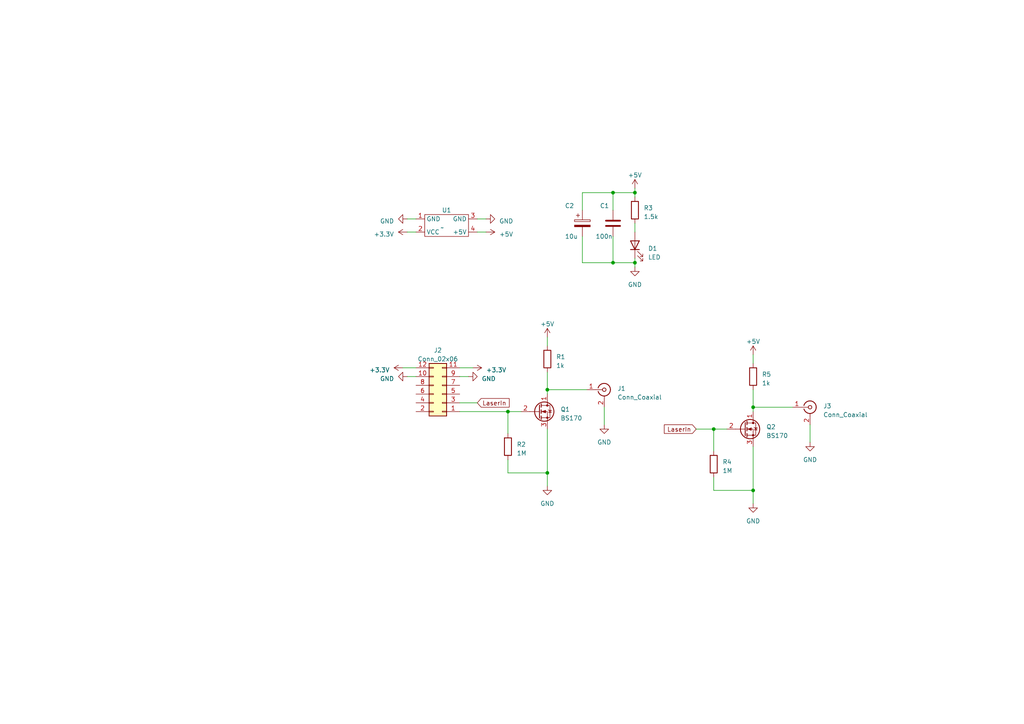
<source format=kicad_sch>
(kicad_sch (version 20230121) (generator eeschema)
  (paper "A4")
  (lib_symbols
    (symbol "Connector:Conn_Coaxial" (pin_names (offset 1.016) hide)
      (property "Reference" "J" (at 0.254 3.048 0))
      (property "Value" "Conn_Coaxial" (at 2.921 0 90))
      (symbol "Conn_Coaxial_0_1"
        (arc (start -1.778 -0.508) (mid 0.2311 -1.8066) (end 1.778 0) (stroke (width 0.254)))
        (polyline (pts (xy -2.54 0) (xy -0.508 0)))
        (polyline (pts (xy 0 -2.54) (xy 0 -1.778)))
        (circle (center 0 0) (radius 0.508) (stroke (width 0.2032)))
        (arc (start 1.778 0) (mid 0.2099 1.8101) (end -1.778 0.508) (stroke (width 0.254)))
      )
      (symbol "Conn_Coaxial_1_1"
        (pin passive line (at -5.08 0 0) (length 2.54) (name "In") (number "1"))
        (pin passive line (at 0 -5.08 90) (length 2.54) (name "Ext") (number "2"))
      )
    )
    (symbol "Connector_Generic:Conn_02x06_Odd_Even" (pin_names (offset 1.016) hide)
      (property "Reference" "J" (at 1.27 7.62 0))
      (property "Value" "Conn_02x06_Odd_Even" (at 1.27 -10.16 0))
      (symbol "Conn_02x06_Odd_Even_1_1"
        (rectangle (start -1.27 -7.493) (end 0 -7.747) (stroke (width 0.1524)))
        (rectangle (start -1.27 -4.953) (end 0 -5.207) (stroke (width 0.1524)))
        (rectangle (start -1.27 -2.413) (end 0 -2.667) (stroke (width 0.1524)))
        (rectangle (start -1.27 0.127) (end 0 -0.127) (stroke (width 0.1524)))
        (rectangle (start -1.27 2.667) (end 0 2.413) (stroke (width 0.1524)))
        (rectangle (start -1.27 5.207) (end 0 4.953) (stroke (width 0.1524)))
        (rectangle (start -1.27 6.35) (end 3.81 -8.89) (stroke (width 0.254)) (fill (type background)))
        (rectangle (start 3.81 -7.493) (end 2.54 -7.747) (stroke (width 0.1524)))
        (rectangle (start 3.81 -4.953) (end 2.54 -5.207) (stroke (width 0.1524)))
        (rectangle (start 3.81 -2.413) (end 2.54 -2.667) (stroke (width 0.1524)))
        (rectangle (start 3.81 0.127) (end 2.54 -0.127) (stroke (width 0.1524)))
        (rectangle (start 3.81 2.667) (end 2.54 2.413) (stroke (width 0.1524)))
        (rectangle (start 3.81 5.207) (end 2.54 4.953) (stroke (width 0.1524)))
        (pin passive line (at -5.08 5.08 0) (length 3.81) (name "Pin_1") (number "1"))
        (pin passive line (at 7.62 -5.08 180) (length 3.81) (name "Pin_10") (number "10"))
        (pin passive line (at -5.08 -7.62 0) (length 3.81) (name "Pin_11") (number "11"))
        (pin passive line (at 7.62 -7.62 180) (length 3.81) (name "Pin_12") (number "12"))
        (pin passive line (at 7.62 5.08 180) (length 3.81) (name "Pin_2") (number "2"))
        (pin passive line (at -5.08 2.54 0) (length 3.81) (name "Pin_3") (number "3"))
        (pin passive line (at 7.62 2.54 180) (length 3.81) (name "Pin_4") (number "4"))
        (pin passive line (at -5.08 0 0) (length 3.81) (name "Pin_5") (number "5"))
        (pin passive line (at 7.62 0 180) (length 3.81) (name "Pin_6") (number "6"))
        (pin passive line (at -5.08 -2.54 0) (length 3.81) (name "Pin_7") (number "7"))
        (pin passive line (at 7.62 -2.54 180) (length 3.81) (name "Pin_8") (number "8"))
        (pin passive line (at -5.08 -5.08 0) (length 3.81) (name "Pin_9") (number "9"))
      )
    )
    (symbol "Device:C" (pin_numbers hide) (pin_names (offset 0.254))
      (property "Reference" "C" (at 0.635 2.54 0))
      (property "Value" "C" (at 0.635 -2.54 0))
      (symbol "C_0_1"
        (polyline (pts (xy -2.032 -0.762) (xy 2.032 -0.762)) (stroke (width 0.508)))
        (polyline (pts (xy -2.032 0.762) (xy 2.032 0.762)) (stroke (width 0.508)))
      )
      (symbol "C_1_1"
        (pin passive line (at 0 3.81 270) (length 2.794) (name "~") (number "1"))
        (pin passive line (at 0 -3.81 90) (length 2.794) (name "~") (number "2"))
      )
    )
    (symbol "Device:C_Polarized" (pin_numbers hide) (pin_names (offset 0.254))
      (property "Reference" "C" (at 0.635 2.54 0))
      (property "Value" "C_Polarized" (at 0.635 -2.54 0))
      (symbol "C_Polarized_0_1"
        (rectangle (start -2.286 0.508) (end 2.286 1.016))
        (polyline (pts (xy -1.778 2.286) (xy -0.762 2.286)))
        (polyline (pts (xy -1.27 2.794) (xy -1.27 1.778)))
        (rectangle (start 2.286 -0.508) (end -2.286 -1.016) (fill (type outline)))
      )
      (symbol "C_Polarized_1_1"
        (pin passive line (at 0 3.81 270) (length 2.794) (name "~") (number "1"))
        (pin passive line (at 0 -3.81 90) (length 2.794) (name "~") (number "2"))
      )
    )
    (symbol "Device:LED" (pin_numbers hide) (pin_names (offset 1.016) hide)
      (property "Reference" "D" (at 0 2.54 0))
      (property "Value" "LED" (at 0 -2.54 0))
      (symbol "LED_0_1"
        (polyline (pts (xy -1.27 -1.27) (xy -1.27 1.27)) (stroke (width 0.254)))
        (polyline (pts (xy -1.27 0) (xy 1.27 0)))
        (polyline (pts (xy 1.27 -1.27) (xy 1.27 1.27) (xy -1.27 0) (xy 1.27 -1.27)) (stroke (width 0.254)))
        (polyline (pts (xy -3.048 -0.762) (xy -4.572 -2.286) (xy -3.81 -2.286) (xy -4.572 -2.286) (xy -4.572 -1.524)))
        (polyline (pts (xy -1.778 -0.762) (xy -3.302 -2.286) (xy -2.54 -2.286) (xy -3.302 -2.286) (xy -3.302 -1.524)))
      )
      (symbol "LED_1_1"
        (pin passive line (at -3.81 0 0) (length 2.54) (name "K") (number "1"))
        (pin passive line (at 3.81 0 180) (length 2.54) (name "A") (number "2"))
      )
    )
    (symbol "Device:R" (pin_numbers hide) (pin_names (offset 0))
      (property "Reference" "R" (at 2.032 0 90))
      (property "Value" "R" (at 0 0 90))
      (symbol "R_0_1"
        (rectangle (start -1.016 -2.54) (end 1.016 2.54) (stroke (width 0.254)))
      )
      (symbol "R_1_1"
        (pin passive line (at 0 3.81 270) (length 1.27) (name "~") (number "1"))
        (pin passive line (at 0 -3.81 90) (length 1.27) (name "~") (number "2"))
      )
    )
    (symbol "Transistor_FET:BS170" (pin_names hide)
      (property "Reference" "Q" (at 5.08 1.905 0))
      (property "Value" "BS170" (at 5.08 0 0))
      (symbol "BS170_0_1"
        (polyline (pts (xy 0.254 0) (xy -2.54 0)))
        (polyline (pts (xy 0.254 1.905) (xy 0.254 -1.905)) (stroke (width 0.254)))
        (polyline (pts (xy 0.762 -1.27) (xy 0.762 -2.286)) (stroke (width 0.254)))
        (polyline (pts (xy 0.762 0.508) (xy 0.762 -0.508)) (stroke (width 0.254)))
        (polyline (pts (xy 0.762 2.286) (xy 0.762 1.27)) (stroke (width 0.254)))
        (polyline (pts (xy 2.54 2.54) (xy 2.54 1.778)))
        (polyline (pts (xy 2.54 -2.54) (xy 2.54 0) (xy 0.762 0)))
        (polyline (pts (xy 0.762 -1.778) (xy 3.302 -1.778) (xy 3.302 1.778) (xy 0.762 1.778)))
        (polyline (pts (xy 1.016 0) (xy 2.032 0.381) (xy 2.032 -0.381) (xy 1.016 0)) (fill (type outline)))
        (polyline (pts (xy 2.794 0.508) (xy 2.921 0.381) (xy 3.683 0.381) (xy 3.81 0.254)))
        (polyline (pts (xy 3.302 0.381) (xy 2.921 -0.254) (xy 3.683 -0.254) (xy 3.302 0.381)))
        (circle (center 1.651 0) (radius 2.794) (stroke (width 0.254)))
        (circle (center 2.54 -1.778) (radius 0.254) (fill (type outline)))
        (circle (center 2.54 1.778) (radius 0.254) (fill (type outline)))
      )
      (symbol "BS170_1_1"
        (pin passive line (at 2.54 5.08 270) (length 2.54) (name "D") (number "1"))
        (pin input line (at -5.08 0 0) (length 2.54) (name "G") (number "2"))
        (pin passive line (at 2.54 -5.08 90) (length 2.54) (name "S") (number "3"))
      )
    )
    (symbol "power:+3.3V" (power) (pin_names (offset 0))
      (property "Value" "+3.3V" (at 0 3.556 0))
      (symbol "+3.3V_0_1"
        (polyline (pts (xy -0.762 1.27) (xy 0 2.54)))
        (polyline (pts (xy 0 0) (xy 0 2.54)))
        (polyline (pts (xy 0 2.54) (xy 0.762 1.27)))
      )
      (symbol "+3.3V_1_1"
        (pin power_in line (at 0 0 90) (length 0) hide (name "+3.3V") (number "1"))
      )
    )
    (symbol "power:+5V" (power) (pin_names (offset 0))
      (property "Value" "+5V" (at 0 3.556 0))
      (symbol "+5V_0_1"
        (polyline (pts (xy -0.762 1.27) (xy 0 2.54)))
        (polyline (pts (xy 0 0) (xy 0 2.54)))
        (polyline (pts (xy 0 2.54) (xy 0.762 1.27)))
      )
      (symbol "+5V_1_1"
        (pin power_in line (at 0 0 90) (length 0) hide (name "+5V") (number "1"))
      )
    )
    (symbol "power:GND" (power) (pin_names (offset 0))
      (property "Value" "GND" (at 0 -3.81 0))
      (symbol "GND_0_1"
        (polyline (pts (xy 0 0) (xy 0 -1.27) (xy 1.27 -1.27) (xy 0 -2.54) (xy -1.27 -1.27) (xy 0 -1.27)))
      )
      (symbol "GND_1_1"
        (pin power_in line (at 0 0 270) (length 0) hide (name "GND") (number "1"))
      )
    )
    (symbol "tba1-0311:TBA1-0311"
      (property "Reference" "U" (at 0 11.43 0))
      (symbol "TBA1-0311_0_1"
        (rectangle (start -5.08 3.81) (end 7.62 -2.54))
      )
      (symbol "TBA1-0311_1_1"
        (pin power_in line (at -7.62 2.54 0) (length 2.54) (name "GND") (number "1"))
        (pin power_in line (at -7.62 -1.27 0) (length 2.54) (name "VCC") (number "2"))
        (pin power_in line (at 10.16 2.54 180) (length 2.54) (name "GND") (number "3"))
        (pin power_in line (at 10.16 -1.27 180) (length 2.54) (name "+5V") (number "4"))
      )
    )
  )
  (junction (at 177.8 76.2))
  (junction (at 218.44 118.11))
  (junction (at 218.44 142.24))
  (junction (at 158.75 113.03))
  (junction (at 158.75 137.16))
  (junction (at 207.01 124.46))
  (junction (at 184.15 55.88))
  (junction (at 147.32 119.38))
  (junction (at 177.8 55.88))
  (junction (at 184.15 76.2))
  (wire (pts (xy 168.91 76.2) (xy 177.8 76.2)))
  (wire (pts (xy 158.75 107.95) (xy 158.75 113.03)))
  (wire (pts (xy 168.91 60.96) (xy 168.91 55.88)))
  (wire (pts (xy 138.43 63.5) (xy 140.97 63.5)))
  (wire (pts (xy 218.44 118.11) (xy 229.87 118.11)))
  (wire (pts (xy 116.84 106.68) (xy 120.65 106.68)))
  (wire (pts (xy 218.44 129.54) (xy 218.44 142.24)))
  (wire (pts (xy 177.8 68.58) (xy 177.8 76.2)))
  (wire (pts (xy 218.44 102.87) (xy 218.44 105.41)))
  (wire (pts (xy 118.11 109.22) (xy 120.65 109.22)))
  (wire (pts (xy 138.43 67.31) (xy 140.97 67.31)))
  (wire (pts (xy 218.44 142.24) (xy 218.44 146.05)))
  (wire (pts (xy 201.93 124.46) (xy 207.01 124.46)))
  (wire (pts (xy 177.8 76.2) (xy 184.15 76.2)))
  (wire (pts (xy 133.35 106.68) (xy 137.16 106.68)))
  (wire (pts (xy 158.75 113.03) (xy 170.18 113.03)))
  (wire (pts (xy 207.01 142.24) (xy 218.44 142.24)))
  (wire (pts (xy 158.75 113.03) (xy 158.75 114.3)))
  (wire (pts (xy 151.13 119.38) (xy 147.32 119.38)))
  (wire (pts (xy 138.43 116.84) (xy 133.35 116.84)))
  (wire (pts (xy 168.91 55.88) (xy 177.8 55.88)))
  (wire (pts (xy 147.32 133.35) (xy 147.32 137.16)))
  (wire (pts (xy 175.26 118.11) (xy 175.26 123.19)))
  (wire (pts (xy 158.75 124.46) (xy 158.75 137.16)))
  (wire (pts (xy 118.11 63.5) (xy 120.65 63.5)))
  (wire (pts (xy 177.8 55.88) (xy 184.15 55.88)))
  (wire (pts (xy 207.01 138.43) (xy 207.01 142.24)))
  (wire (pts (xy 234.95 123.19) (xy 234.95 128.27)))
  (wire (pts (xy 218.44 118.11) (xy 218.44 119.38)))
  (wire (pts (xy 184.15 74.93) (xy 184.15 76.2)))
  (wire (pts (xy 168.91 68.58) (xy 168.91 76.2)))
  (wire (pts (xy 133.35 109.22) (xy 135.89 109.22)))
  (wire (pts (xy 133.35 119.38) (xy 147.32 119.38)))
  (wire (pts (xy 158.75 97.79) (xy 158.75 100.33)))
  (wire (pts (xy 184.15 64.77) (xy 184.15 67.31)))
  (wire (pts (xy 177.8 55.88) (xy 177.8 60.96)))
  (wire (pts (xy 158.75 137.16) (xy 158.75 140.97)))
  (wire (pts (xy 184.15 54.61) (xy 184.15 55.88)))
  (wire (pts (xy 218.44 113.03) (xy 218.44 118.11)))
  (wire (pts (xy 147.32 137.16) (xy 158.75 137.16)))
  (wire (pts (xy 118.11 67.31) (xy 120.65 67.31)))
  (wire (pts (xy 207.01 124.46) (xy 207.01 130.81)))
  (wire (pts (xy 147.32 119.38) (xy 147.32 125.73)))
  (wire (pts (xy 184.15 76.2) (xy 184.15 77.47)))
  (wire (pts (xy 210.82 124.46) (xy 207.01 124.46)))
  (wire (pts (xy 184.15 55.88) (xy 184.15 57.15)))
  (global_label "LaserIn" (shape input) (at 201.93 124.46 180) (property "Intersheetrefs" "${INTERSHEET_REFS}" (effects hide)))
  (global_label "LaserIn" (shape input) (at 138.43 116.84 0) (property "Intersheetrefs" "${INTERSHEET_REFS}" (effects hide)))
  (symbol (lib_id "Device:C") (at 177.8 64.77 0) (unit 1)
    (property "Reference" "C1" (at 173.99 59.69 0) (effects (justify left)))
    (property "Value" "100n" (at 172.72 68.58 0) (effects (justify left)))
    (property "Footprint" "Capacitor_THT:C_Rect_L7.0mm_W6.0mm_P5.00mm" (effects hide))
  )
  (symbol (lib_id "power:+3.3V") (at 118.11 67.31 90) (unit 1)
    (property "Reference" "#PWR07" (effects hide))
    (property "Value" "+3.3V" (at 114.3 67.945 90) (effects (justify left)))
  )
  (symbol (lib_id "Transistor_FET:BS170") (at 156.21 119.38 0) (unit 1)
    (property "Reference" "Q1" (at 162.56 118.745 0) (effects (justify left)))
    (property "Value" "BS170" (at 162.56 121.285 0) (effects (justify left)))
    (property "Footprint" "Package_TO_SOT_THT:TO-92_Inline" (effects hide))
    (property "Datasheet" "https://www.onsemi.com/pub/Collateral/BS170-D.PDF" (effects hide))
  )
  (symbol (lib_id "power:+5V") (at 184.15 54.61 0) (unit 1)
    (property "Reference" "#PWR012" (effects hide))
    (property "Value" "+5V" (at 184.15 50.8 0))
  )
  (symbol (lib_id "Connector:Conn_Coaxial") (at 234.95 118.11 0) (unit 1)
    (property "Reference" "J3" (at 238.76 117.7682 0) (effects (justify left)))
    (property "Value" "Conn_Coaxial" (at 238.76 120.3082 0) (effects (justify left)))
    (property "Footprint" "Connector_Coaxial:BNC_Amphenol_B6252HB-NPP3G-50_Horizontal" (effects hide))
    (property "Datasheet" " ~" (effects hide))
  )
  (symbol (lib_id "power:+3.3V") (at 116.84 106.68 90) (unit 1)
    (property "Reference" "#PWR06" (effects hide))
    (property "Value" "+3.3V" (at 113.03 107.315 90) (effects (justify left)))
  )
  (symbol (lib_id "Device:R") (at 147.32 129.54 0) (unit 1)
    (property "Reference" "R2" (at 149.86 128.905 0) (effects (justify left)))
    (property "Value" "1M" (at 149.86 131.445 0) (effects (justify left)))
    (property "Footprint" "Resistor_THT:R_Axial_DIN0411_L9.9mm_D3.6mm_P20.32mm_Horizontal" (effects hide))
  )
  (symbol (lib_id "Device:R") (at 158.75 104.14 0) (unit 1)
    (property "Reference" "R1" (at 161.29 103.505 0) (effects (justify left)))
    (property "Value" "1k" (at 161.29 106.045 0) (effects (justify left)))
    (property "Footprint" "Resistor_THT:R_Axial_DIN0411_L9.9mm_D3.6mm_P20.32mm_Horizontal" (effects hide))
  )
  (symbol (lib_id "power:GND") (at 118.11 63.5 270) (unit 1)
    (property "Reference" "#PWR08" (effects hide))
    (property "Value" "GND" (at 114.3 64.135 90) (effects (justify right)))
  )
  (symbol (lib_id "Connector_Generic:Conn_02x06_Odd_Even") (at 128.27 114.3 180) (unit 1)
    (property "Reference" "J2" (at 127 101.6 0))
    (property "Value" "Conn_02x06" (at 127 104.14 0))
    (property "Footprint" "Connector_PinHeader_2.54mm:PinHeader_2x06_P2.54mm_Horizontal" (effects hide))
  )
  (symbol (lib_id "power:+3.3V") (at 137.16 106.68 270) (unit 1)
    (property "Reference" "#PWR05" (effects hide))
    (property "Value" "+3.3V" (at 140.97 107.315 90) (effects (justify left)))
  )
  (symbol (lib_id "Device:C_Polarized") (at 168.91 64.77 0) (unit 1)
    (property "Reference" "C2" (at 163.83 59.69 0) (effects (justify left)))
    (property "Value" "10u" (at 163.83 68.58 0) (effects (justify left)))
    (property "Footprint" "Capacitor_THT:CP_Radial_D5.0mm_P2.50mm" (effects hide))
  )
  (symbol (lib_id "power:GND") (at 175.26 123.19 0) (unit 1)
    (property "Reference" "#PWR02" (effects hide))
    (property "Value" "GND" (at 175.26 128.27 0))
  )
  (symbol (lib_id "power:+5V") (at 158.75 97.79 0) (unit 1)
    (property "Reference" "#PWR011" (effects hide))
    (property "Value" "+5V" (at 158.75 93.98 0))
  )
  (symbol (lib_id "Connector:Conn_Coaxial") (at 175.26 113.03 0) (unit 1)
    (property "Reference" "J1" (at 179.07 112.6882 0) (effects (justify left)))
    (property "Value" "Conn_Coaxial" (at 179.07 115.2282 0) (effects (justify left)))
    (property "Footprint" "Connector_Coaxial:BNC_Amphenol_B6252HB-NPP3G-50_Horizontal" (effects hide))
    (property "Datasheet" " ~" (effects hide))
  )
  (symbol (lib_id "power:GND") (at 118.11 109.22 270) (unit 1)
    (property "Reference" "#PWR04" (effects hide))
    (property "Value" "GND" (at 114.3 109.855 90) (effects (justify right)))
  )
  (symbol (lib_id "power:GND") (at 140.97 63.5 90) (unit 1)
    (property "Reference" "#PWR09" (effects hide))
    (property "Value" "GND" (at 144.78 64.135 90) (effects (justify right)))
  )
  (symbol (lib_id "power:+5V") (at 218.44 102.87 0) (unit 1)
    (property "Reference" "#PWR014" (effects hide))
    (property "Value" "+5V" (at 218.44 99.06 0))
  )
  (symbol (lib_id "power:+5V") (at 140.97 67.31 270) (unit 1)
    (property "Reference" "#PWR010" (effects hide))
    (property "Value" "+5V" (at 144.78 67.945 90) (effects (justify left)))
  )
  (symbol (lib_id "power:GND") (at 135.89 109.22 90) (unit 1)
    (property "Reference" "#PWR03" (effects hide))
    (property "Value" "GND" (at 139.7 109.855 90) (effects (justify right)))
  )
  (symbol (lib_id "Device:R") (at 184.15 60.96 0) (unit 1)
    (property "Reference" "R3" (at 186.69 60.325 0) (effects (justify left)))
    (property "Value" "1.5k" (at 186.69 62.865 0) (effects (justify left)))
    (property "Footprint" "Resistor_THT:R_Axial_DIN0411_L9.9mm_D3.6mm_P20.32mm_Horizontal" (effects hide))
  )
  (symbol (lib_id "tba1-0311:TBA1-0311") (at 128.27 66.04 0) (unit 1)
    (property "Reference" "U1" (at 129.54 60.96 0))
    (property "Value" "~" (at 128.27 66.04 0))
    (property "Footprint" "tba1-0311:tba1-0311" (effects hide))
  )
  (symbol (lib_id "Device:R") (at 207.01 134.62 0) (unit 1)
    (property "Reference" "R4" (at 209.55 133.985 0) (effects (justify left)))
    (property "Value" "1M" (at 209.55 136.525 0) (effects (justify left)))
    (property "Footprint" "Resistor_THT:R_Axial_DIN0411_L9.9mm_D3.6mm_P20.32mm_Horizontal" (effects hide))
  )
  (symbol (lib_id "Device:R") (at 218.44 109.22 0) (unit 1)
    (property "Reference" "R5" (at 220.98 108.585 0) (effects (justify left)))
    (property "Value" "1k" (at 220.98 111.125 0) (effects (justify left)))
    (property "Footprint" "Resistor_THT:R_Axial_DIN0411_L9.9mm_D3.6mm_P20.32mm_Horizontal" (effects hide))
  )
  (symbol (lib_id "Transistor_FET:BS170") (at 215.9 124.46 0) (unit 1)
    (property "Reference" "Q2" (at 222.25 123.825 0) (effects (justify left)))
    (property "Value" "BS170" (at 222.25 126.365 0) (effects (justify left)))
    (property "Footprint" "Package_TO_SOT_THT:TO-92_Inline" (effects hide))
    (property "Datasheet" "https://www.onsemi.com/pub/Collateral/BS170-D.PDF" (effects hide))
  )
  (symbol (lib_id "power:GND") (at 184.15 77.47 0) (unit 1)
    (property "Reference" "#PWR013" (effects hide))
    (property "Value" "GND" (at 184.15 82.55 0))
  )
  (symbol (lib_id "power:GND") (at 158.75 140.97 0) (unit 1)
    (property "Reference" "#PWR01" (effects hide))
    (property "Value" "GND" (at 158.75 146.05 0))
  )
  (symbol (lib_id "power:GND") (at 234.95 128.27 0) (unit 1)
    (property "Reference" "#PWR016" (effects hide))
    (property "Value" "GND" (at 234.95 133.35 0))
  )
  (symbol (lib_id "Device:LED") (at 184.15 71.12 90) (unit 1)
    (property "Reference" "D1" (at 187.96 72.0725 90) (effects (justify right)))
    (property "Value" "LED" (at 187.96 74.6125 90) (effects (justify right)))
    (property "Footprint" "LED_THT:LED_D3.0mm" (effects hide))
  )
  (symbol (lib_id "power:GND") (at 218.44 146.05 0) (unit 1)
    (property "Reference" "#PWR015" (effects hide))
    (property "Value" "GND" (at 218.44 151.13 0))
  )
)
</source>
